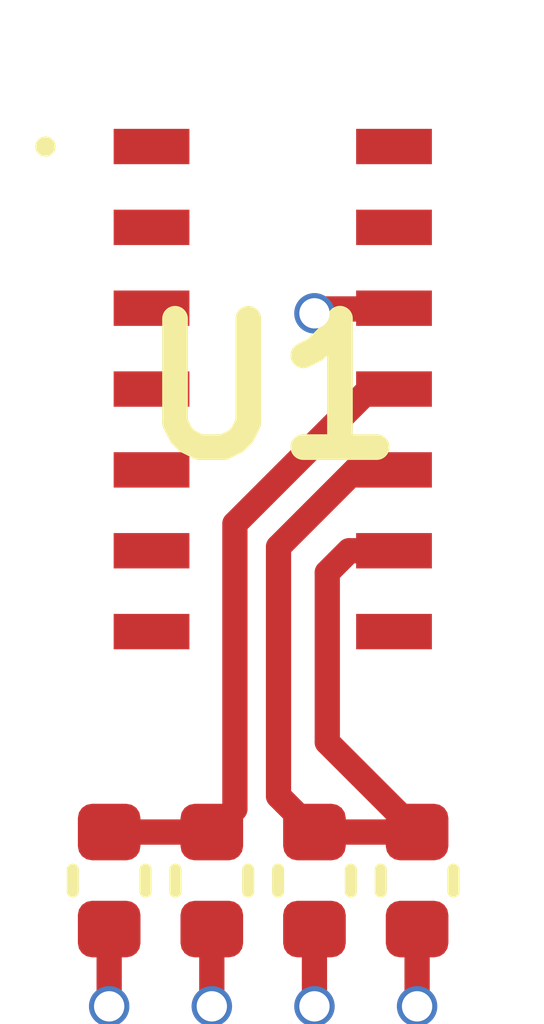
<source format=kicad_pcb>
(kicad_pcb (version 20240108) (generator "pcbnew") (generator_version "8.0")
  (layers (0 "F.Cu" signal) (1 "In1.Cu" power) (2 "In2.Cu" mixed) (31 "B.Cu" signal) (34 "B.Paste" user) (35 "F.Paste" user) (36 "B.SilkS" user "B.Silkscreen") (37 "F.SilkS" user "F.Silkscreen") (38 "B.Mask" user) (39 "F.Mask" user) (44 "Edge.Cuts" user))
  (net 0 "")
  (net 1 "vcc")
  (net 2 "gnd")
  (net 3 "vcc-1")
  (net 4 "nc_2")
  (net 5 "nc_3")
  (net 6 "scl")
  (net 7 "pgnd")
  (net 8 "nc_5")
  (net 9 "nc_4")
  (net 10 "io")
  (net 11 "sda")
  (net 12 "nc_1")
  (net 13 "nc_6")
  (footprint "lib:C0402" (layer "F.Cu") (at 143.51 101.3714 -90)
    (property "Reference" "C4" (hide yes))
    (property "Value" "16V 100nF X7R ±10% 0402  Multilayer Ceramic Capacitors MLCC - SMD/SMT ROHS" (hide yes))
    (fp_line (start -0.107836 0.36) (end 0.107836 0.36) (stroke (width 0.12)) (layer "F.SilkS"))
    (fp_line (start -0.107836 -0.36) (end 0.107836 -0.36) (stroke (width 0.12)) (layer "F.SilkS"))
    (pad "1" smd roundrect (at -0.48 0 270) (size 0.56 0.62) (layers "F.Cu" "F.Paste" "F.Mask") (net 3 "vcc-1"))
    (pad "2" smd roundrect (at 0.48 0 270) (size 0.56 0.62) (layers "F.Cu" "F.Paste" "F.Mask") (net 2 "gnd"))
  )
  (footprint "lib:C0402" (layer "F.Cu") (at 140.462 101.3714 -90)
    (property "Reference" "C1" (hide yes))
    (property "Value" "6.3V 10uF X5R ±20% 0402  Multilayer Ceramic Capacitors MLCC - SMD/SMT ROHS" (hide yes))
    (fp_line (start -0.107836 0.36) (end 0.107836 0.36) (stroke (width 0.12)) (layer "F.SilkS"))
    (fp_line (start -0.107836 -0.36) (end 0.107836 -0.36) (stroke (width 0.12)) (layer "F.SilkS"))
    (pad "1" smd roundrect (at -0.48 0 270) (size 0.56 0.62) (layers "F.Cu" "F.Paste" "F.Mask") (net 1 "vcc"))
    (pad "2" smd roundrect (at 0.48 0 270) (size 0.56 0.62) (layers "F.Cu" "F.Paste" "F.Mask") (net 2 "gnd"))
  )
  (footprint "lib:C0402" (layer "F.Cu") (at 141.478 101.3714 -90)
    (property "Reference" "C2" (hide yes))
    (property "Value" "16V 100nF X7R ±10% 0402  Multilayer Ceramic Capacitors MLCC - SMD/SMT ROHS" (hide yes))
    (fp_line (start -0.107836 0.36) (end 0.107836 0.36) (stroke (width 0.12)) (layer "F.SilkS"))
    (fp_line (start -0.107836 -0.36) (end 0.107836 -0.36) (stroke (width 0.12)) (layer "F.SilkS"))
    (pad "1" smd roundrect (at -0.48 0 270) (size 0.56 0.62) (layers "F.Cu" "F.Paste" "F.Mask") (net 1 "vcc"))
    (pad "2" smd roundrect (at 0.48 0 270) (size 0.56 0.62) (layers "F.Cu" "F.Paste" "F.Mask") (net 2 "gnd"))
  )
  (footprint "lib:C0402" (layer "F.Cu") (at 142.494 101.3714 -90)
    (property "Reference" "C3" (hide yes))
    (property "Value" "10V 4.7uF X5R ±20% 0402  Multilayer Ceramic Capacitors MLCC - SMD/SMT ROHS" (hide yes))
    (fp_line (start -0.107836 0.36) (end 0.107836 0.36) (stroke (width 0.12)) (layer "F.SilkS"))
    (fp_line (start -0.107836 -0.36) (end 0.107836 -0.36) (stroke (width 0.12)) (layer "F.SilkS"))
    (pad "1" smd roundrect (at -0.48 0 270) (size 0.56 0.62) (layers "F.Cu" "F.Paste" "F.Mask") (net 3 "vcc-1"))
    (pad "2" smd roundrect (at 0.48 0 270) (size 0.56 0.62) (layers "F.Cu" "F.Paste" "F.Mask") (net 2 "gnd"))
  )
  (footprint "lib:MAX30102EFDT" (layer "F.Cu") (at 142.0814 96.5076)
    (property "Reference" "U1" (at 0 0 0) (layer "F.SilkS") (effects (font (size 1.27 1.27) (thickness 0.254))))
    (property "Value" "?" (hide yes))
    (fp_line (start -2.3 -2.4) (end -2.3 -2.4) (stroke (width 0.1)) (layer "F.SilkS"))
    (fp_line (start -2.2 -2.4) (end -2.2 -2.4) (stroke (width 0.1)) (layer "F.SilkS"))
    (fp_arc (start -2.3 -2.4) (mid -2.25 -2.45) (end -2.2 -2.4) (stroke (width 0.1)) (layer "F.SilkS"))
    (fp_arc (start -2.2 -2.4) (mid -2.25 -2.35) (end -2.3 -2.4) (stroke (width 0.1)) (layer "F.SilkS"))
    (pad "1" smd rect (at -1.2 -2.4 90) (size 0.35 0.75) (layers "F.Cu" "F.Paste" "F.Mask") (net 12 "nc_1"))
    (pad "2" smd rect (at -1.2 -1.6 90) (size 0.35 0.75) (layers "F.Cu" "F.Paste" "F.Mask") (net 6 "scl"))
    (pad "3" smd rect (at -1.2 -0.8 90) (size 0.35 0.75) (layers "F.Cu" "F.Paste" "F.Mask") (net 11 "sda"))
    (pad "4" smd rect (at -1.2 0 90) (size 0.35 0.75) (layers "F.Cu" "F.Paste" "F.Mask") (net 7 "pgnd"))
    (pad "5" smd rect (at -1.2 0.8 90) (size 0.35 0.75) (layers "F.Cu" "F.Paste" "F.Mask") (net 4 "nc_2"))
    (pad "6" smd rect (at -1.2 1.6 90) (size 0.35 0.75) (layers "F.Cu" "F.Paste" "F.Mask") (net 5 "nc_3"))
    (pad "7" smd rect (at -1.2 2.4 90) (size 0.35 0.75) (layers "F.Cu" "F.Paste" "F.Mask") (net 9 "nc_4"))
    (pad "8" smd rect (at 1.2 2.4 90) (size 0.35 0.75) (layers "F.Cu" "F.Paste" "F.Mask") (net 8 "nc_5"))
    (pad "9" smd rect (at 1.2 1.6 90) (size 0.35 0.75) (layers "F.Cu" "F.Paste" "F.Mask") (net 3 "vcc-1"))
    (pad "10" smd rect (at 1.2 0.8 90) (size 0.35 0.75) (layers "F.Cu" "F.Paste" "F.Mask") (net 3 "vcc-1"))
    (pad "11" smd rect (at 1.2 0 90) (size 0.35 0.75) (layers "F.Cu" "F.Paste" "F.Mask") (net 1 "vcc"))
    (pad "12" smd rect (at 1.2 -0.8 90) (size 0.35 0.75) (layers "F.Cu" "F.Paste" "F.Mask") (net 2 "gnd"))
    (pad "13" smd rect (at 1.2 -1.6 90) (size 0.35 0.75) (layers "F.Cu" "F.Paste" "F.Mask") (net 10 "io"))
    (pad "14" smd rect (at 1.2 -2.4 90) (size 0.35 0.75) (layers "F.Cu" "F.Paste" "F.Mask") (net 13 "nc_6"))
  )
  (segment (start 141.7066 97.8408) (end 141.7066 100.6628) (width 0.25) (layer "F.Cu") (net 1))
  (segment (start 141.7066 100.6628) (end 141.478 100.8914) (width 0.25) (layer "F.Cu") (net 1))
  (segment (start 143.0398 96.5076) (end 141.7066 97.8408) (width 0.25) (layer "F.Cu") (net 1))
  (segment (start 143.2814 96.5076) (end 143.0398 96.5076) (width 0.25) (layer "F.Cu") (net 1))
  (segment (start 140.462 100.8914) (end 141.478 100.8914) (width 0.25) (layer "F.Cu") (net 1))
  (segment (start 143.235 95.715) (end 142.537 95.715) (width 0.25) (layer "F.Cu") (net 2))
  (segment (start 142.494 101.8514) (end 142.494 102.616) (width 0.25) (layer "F.Cu") (net 2))
  (segment (start 143.51 101.8514) (end 143.51 102.616) (width 0.25) (layer "F.Cu") (net 2))
  (segment (start 142.537 95.715) (end 142.494 95.758) (width 0.25) (layer "F.Cu") (net 2))
  (segment (start 140.462 101.8514) (end 140.462 102.616) (width 0.25) (layer "F.Cu") (net 2))
  (segment (start 141.478 101.8514) (end 141.478 102.616) (width 0.25) (layer "F.Cu") (net 2))
  (via (at 143.51 102.616) (size 0.4) (drill 0.3) (layers "F.Cu" "B.Cu") (net 2))
  (via (at 142.494 95.758) (size 0.4) (drill 0.3) (layers "F.Cu" "B.Cu") (net 2))
  (via (at 141.478 102.616) (size 0.4) (drill 0.3) (layers "F.Cu" "B.Cu") (net 2))
  (via (at 142.494 102.616) (size 0.4) (drill 0.3) (layers "F.Cu" "B.Cu") (net 2))
  (via (at 140.462 102.616) (size 0.4) (drill 0.3) (layers "F.Cu" "B.Cu") (net 2))
  (segment (start 142.1384 100.5358) (end 142.494 100.8914) (width 0.25) (layer "F.Cu") (net 3))
  (segment (start 142.9002 97.3076) (end 142.1384 98.0694) (width 0.25) (layer "F.Cu") (net 3))
  (segment (start 142.1384 98.0694) (end 142.1384 100.5358) (width 0.25) (layer "F.Cu") (net 3))
  (segment (start 143.2814 97.3076) (end 142.9002 97.3076) (width 0.25) (layer "F.Cu") (net 3))
  (segment (start 143.2814 98.1076) (end 142.8368 98.1076) (width 0.25) (layer "F.Cu") (net 3))
  (segment (start 142.8368 98.1076) (end 142.621 98.3234) (width 0.25) (layer "F.Cu") (net 3))
  (segment (start 142.494 100.8914) (end 143.51 100.8914) (width 0.25) (layer "F.Cu") (net 3))
  (segment (start 142.621 98.3234) (end 142.621 100.0024) (width 0.25) (layer "F.Cu") (net 3))
  (segment (start 142.621 100.0024) (end 143.51 100.8914) (width 0.25) (layer "F.Cu") (net 3))
)
</source>
